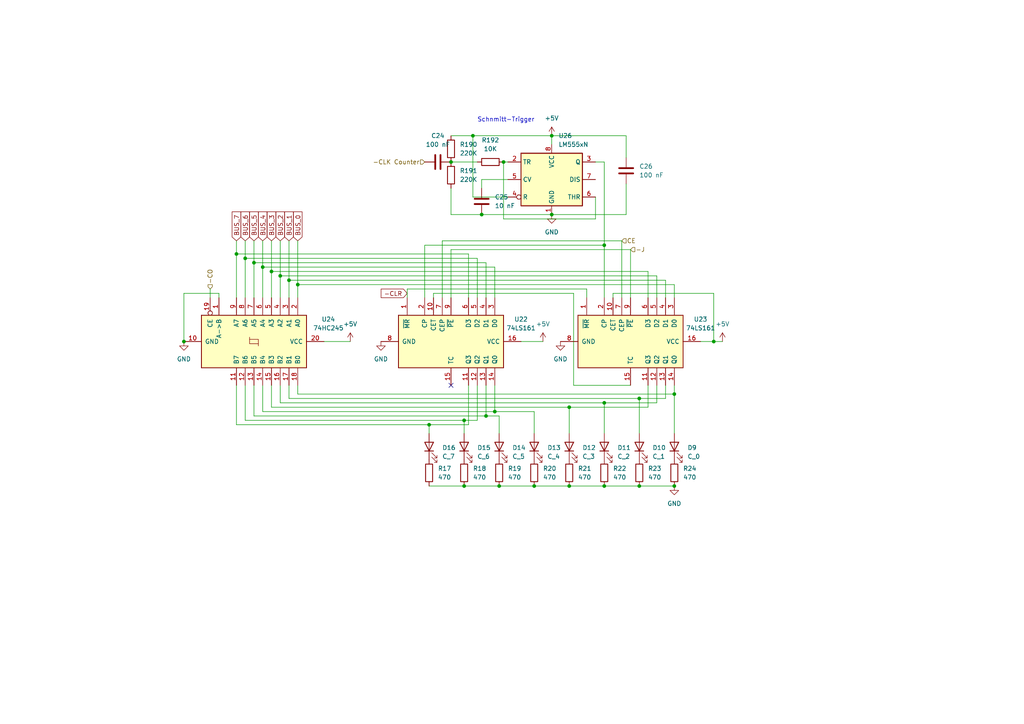
<source format=kicad_sch>
(kicad_sch (version 20230121) (generator eeschema)
  (paper "A4")
  (title_block (title "Program counter") (date "2023-07-14") (rev "1"))
  (lib_symbols
    (symbol "74xx:74HC245" (pin_names (offset 1.016))
      (property "Reference" "U" (at -7.62 16.51 0))
      (property "Value" "74HC245" (at -7.62 -16.51 0))
      (symbol "74HC245_1_0"
        (polyline (pts (xy -0.635 -1.27) (xy -0.635 1.27) (xy 0.635 1.27)))
        (polyline (pts (xy -1.27 -1.27) (xy 0.635 -1.27) (xy 0.635 1.27) (xy 1.27 1.27)))
        (pin input line (at -12.7 -10.16 0) (length 5.08) (name "A->B") (number "1"))
        (pin power_in line (at 0 -20.32 90) (length 5.08) (name "GND") (number "10"))
        (pin tri_state line (at 12.7 -5.08 180) (length 5.08) (name "B7") (number "11"))
        (pin tri_state line (at 12.7 -2.54 180) (length 5.08) (name "B6") (number "12"))
        (pin tri_state line (at 12.7 0 180) (length 5.08) (name "B5") (number "13"))
        (pin tri_state line (at 12.7 2.54 180) (length 5.08) (name "B4") (number "14"))
        (pin tri_state line (at 12.7 5.08 180) (length 5.08) (name "B3") (number "15"))
        (pin tri_state line (at 12.7 7.62 180) (length 5.08) (name "B2") (number "16"))
        (pin tri_state line (at 12.7 10.16 180) (length 5.08) (name "B1") (number "17"))
        (pin tri_state line (at 12.7 12.7 180) (length 5.08) (name "B0") (number "18"))
        (pin input inverted (at -12.7 -12.7 0) (length 5.08) (name "CE") (number "19"))
        (pin tri_state line (at -12.7 12.7 0) (length 5.08) (name "A0") (number "2"))
        (pin power_in line (at 0 20.32 270) (length 5.08) (name "VCC") (number "20"))
        (pin tri_state line (at -12.7 10.16 0) (length 5.08) (name "A1") (number "3"))
        (pin tri_state line (at -12.7 7.62 0) (length 5.08) (name "A2") (number "4"))
        (pin tri_state line (at -12.7 5.08 0) (length 5.08) (name "A3") (number "5"))
        (pin tri_state line (at -12.7 2.54 0) (length 5.08) (name "A4") (number "6"))
        (pin tri_state line (at -12.7 0 0) (length 5.08) (name "A5") (number "7"))
        (pin tri_state line (at -12.7 -2.54 0) (length 5.08) (name "A6") (number "8"))
        (pin tri_state line (at -12.7 -5.08 0) (length 5.08) (name "A7") (number "9"))
      )
      (symbol "74HC245_1_1"
        (rectangle (start -7.62 15.24) (end 7.62 -15.24) (stroke (width 0.254)) (fill (type background)))
      )
    )
    (symbol "74xx:74LS161" (pin_names (offset 1.016))
      (property "Reference" "U" (at -7.62 16.51 0))
      (property "Value" "74LS161" (at -7.62 -16.51 0))
      (symbol "74LS161_1_0"
        (pin input line (at -12.7 -12.7 0) (length 5.08) (name "~{MR}") (number "1"))
        (pin input line (at -12.7 -5.08 0) (length 5.08) (name "CET") (number "10"))
        (pin output line (at 12.7 5.08 180) (length 5.08) (name "Q3") (number "11"))
        (pin output line (at 12.7 7.62 180) (length 5.08) (name "Q2") (number "12"))
        (pin output line (at 12.7 10.16 180) (length 5.08) (name "Q1") (number "13"))
        (pin output line (at 12.7 12.7 180) (length 5.08) (name "Q0") (number "14"))
        (pin output line (at 12.7 0 180) (length 5.08) (name "TC") (number "15"))
        (pin power_in line (at 0 20.32 270) (length 5.08) (name "VCC") (number "16"))
        (pin input line (at -12.7 -7.62 0) (length 5.08) (name "CP") (number "2"))
        (pin input line (at -12.7 12.7 0) (length 5.08) (name "D0") (number "3"))
        (pin input line (at -12.7 10.16 0) (length 5.08) (name "D1") (number "4"))
        (pin input line (at -12.7 7.62 0) (length 5.08) (name "D2") (number "5"))
        (pin input line (at -12.7 5.08 0) (length 5.08) (name "D3") (number "6"))
        (pin input line (at -12.7 -2.54 0) (length 5.08) (name "CEP") (number "7"))
        (pin power_in line (at 0 -20.32 90) (length 5.08) (name "GND") (number "8"))
        (pin input line (at -12.7 0 0) (length 5.08) (name "~{PE}") (number "9"))
      )
      (symbol "74LS161_1_1"
        (rectangle (start -7.62 15.24) (end 7.62 -15.24) (stroke (width 0.254)) (fill (type background)))
      )
    )
    (symbol "Device:C" (pin_numbers hide) (pin_names (offset 0.254))
      (property "Reference" "C" (at 0.635 2.54 0))
      (property "Value" "C" (at 0.635 -2.54 0))
      (symbol "C_0_1"
        (polyline (pts (xy -2.032 -0.762) (xy 2.032 -0.762)) (stroke (width 0.508)))
        (polyline (pts (xy -2.032 0.762) (xy 2.032 0.762)) (stroke (width 0.508)))
      )
      (symbol "C_1_1"
        (pin passive line (at 0 3.81 270) (length 2.794) (name "~") (number "1"))
        (pin passive line (at 0 -3.81 90) (length 2.794) (name "~") (number "2"))
      )
    )
    (symbol "Device:LED" (pin_numbers hide) (pin_names (offset 1.016) hide)
      (property "Reference" "D" (at 0 2.54 0))
      (property "Value" "LED" (at 0 -2.54 0))
      (symbol "LED_0_1"
        (polyline (pts (xy -1.27 -1.27) (xy -1.27 1.27)) (stroke (width 0.254)))
        (polyline (pts (xy -1.27 0) (xy 1.27 0)))
        (polyline (pts (xy 1.27 -1.27) (xy 1.27 1.27) (xy -1.27 0) (xy 1.27 -1.27)) (stroke (width 0.254)))
        (polyline (pts (xy -3.048 -0.762) (xy -4.572 -2.286) (xy -3.81 -2.286) (xy -4.572 -2.286) (xy -4.572 -1.524)))
        (polyline (pts (xy -1.778 -0.762) (xy -3.302 -2.286) (xy -2.54 -2.286) (xy -3.302 -2.286) (xy -3.302 -1.524)))
      )
      (symbol "LED_1_1"
        (pin passive line (at -3.81 0 0) (length 2.54) (name "K") (number "1"))
        (pin passive line (at 3.81 0 180) (length 2.54) (name "A") (number "2"))
      )
    )
    (symbol "Device:R" (pin_numbers hide) (pin_names (offset 0))
      (property "Reference" "R" (at 2.032 0 90))
      (property "Value" "R" (at 0 0 90))
      (symbol "R_0_1"
        (rectangle (start -1.016 -2.54) (end 1.016 2.54) (stroke (width 0.254)))
      )
      (symbol "R_1_1"
        (pin passive line (at 0 3.81 270) (length 1.27) (name "~") (number "1"))
        (pin passive line (at 0 -3.81 90) (length 1.27) (name "~") (number "2"))
      )
    )
    (symbol "Timer:LM555xN"
      (property "Reference" "U" (at -10.16 8.89 0))
      (property "Value" "LM555xN" (at 2.54 8.89 0))
      (symbol "LM555xN_0_0"
        (pin power_in line (at 0 -10.16 90) (length 2.54) (name "GND") (number "1"))
        (pin power_in line (at 0 10.16 270) (length 2.54) (name "VCC") (number "8"))
      )
      (symbol "LM555xN_0_1"
        (rectangle (start -8.89 -7.62) (end 8.89 7.62) (stroke (width 0.254)) (fill (type background)))
        (rectangle (start -8.89 -7.62) (end 8.89 7.62) (stroke (width 0.254)) (fill (type background)))
      )
      (symbol "LM555xN_1_1"
        (pin input line (at -12.7 5.08 0) (length 3.81) (name "TR") (number "2"))
        (pin output line (at 12.7 5.08 180) (length 3.81) (name "Q") (number "3"))
        (pin input inverted (at -12.7 -5.08 0) (length 3.81) (name "R") (number "4"))
        (pin input line (at -12.7 0 0) (length 3.81) (name "CV") (number "5"))
        (pin input line (at 12.7 -5.08 180) (length 3.81) (name "THR") (number "6"))
        (pin input line (at 12.7 0 180) (length 3.81) (name "DIS") (number "7"))
      )
    )
    (symbol "power:+5V" (power) (pin_names (offset 0))
      (property "Value" "+5V" (at 0 3.556 0))
      (symbol "+5V_0_1"
        (polyline (pts (xy -0.762 1.27) (xy 0 2.54)))
        (polyline (pts (xy 0 0) (xy 0 2.54)))
        (polyline (pts (xy 0 2.54) (xy 0.762 1.27)))
      )
      (symbol "+5V_1_1"
        (pin power_in line (at 0 0 90) (length 0) hide (name "+5V") (number "1"))
      )
    )
    (symbol "power:GND" (power) (pin_names (offset 0))
      (property "Value" "GND" (at 0 -3.81 0))
      (symbol "GND_0_1"
        (polyline (pts (xy 0 0) (xy 0 -1.27) (xy 1.27 -1.27) (xy 0 -2.54) (xy -1.27 -1.27) (xy 0 -1.27)))
      )
      (symbol "GND_1_1"
        (pin power_in line (at 0 0 270) (length 0) hide (name "GND") (number "1"))
      )
    )
  )
  (junction (at 195.58 114.3))
  (junction (at 139.7 62.23))
  (junction (at 130.81 46.99))
  (junction (at 160.02 39.37))
  (junction (at 73.66 76.2))
  (junction (at 76.2 77.47))
  (junction (at 124.46 123.19))
  (junction (at 143.51 119.38))
  (junction (at 140.97 120.65))
  (junction (at 175.26 140.97))
  (junction (at 185.42 115.57))
  (junction (at 160.02 62.23))
  (junction (at 134.62 140.97))
  (junction (at 81.28 80.01))
  (junction (at 195.58 140.97))
  (junction (at 53.34 99.06))
  (junction (at 207.01 99.06))
  (junction (at 175.26 71.12))
  (junction (at 165.1 118.11))
  (junction (at 146.05 46.99))
  (junction (at 185.42 140.97))
  (junction (at 78.74 78.74))
  (junction (at 86.36 82.55))
  (junction (at 144.78 140.97))
  (junction (at 137.16 39.37))
  (junction (at 68.58 73.66))
  (junction (at 71.12 74.93))
  (junction (at 83.82 81.28))
  (junction (at 134.62 121.92))
  (junction (at 154.94 140.97))
  (junction (at 165.1 140.97))
  (junction (at 175.26 116.84))
  (no_connect (at 130.81 111.76))
  (wire (pts (xy 135.89 123.19) (xy 124.46 123.19)))
  (wire (pts (xy 76.2 69.85) (xy 76.2 77.47)))
  (wire (pts (xy 71.12 121.92) (xy 71.12 111.76)))
  (wire (pts (xy 165.1 118.11) (xy 78.74 118.11)))
  (wire (pts (xy 181.61 53.34) (xy 181.61 62.23)))
  (wire (pts (xy 81.28 80.01) (xy 81.28 86.36)))
  (wire (pts (xy 187.96 86.36) (xy 187.96 78.74)))
  (wire (pts (xy 172.72 46.99) (xy 175.26 46.99)))
  (wire (pts (xy 195.58 114.3) (xy 86.36 114.3)))
  (wire (pts (xy 166.37 85.09) (xy 125.73 85.09)))
  (wire (pts (xy 195.58 82.55) (xy 86.36 82.55)))
  (wire (pts (xy 124.46 140.97) (xy 134.62 140.97)))
  (wire (pts (xy 135.89 111.76) (xy 135.89 123.19)))
  (wire (pts (xy 71.12 74.93) (xy 71.12 86.36)))
  (wire (pts (xy 134.62 121.92) (xy 134.62 125.73)))
  (wire (pts (xy 78.74 118.11) (xy 78.74 111.76)))
  (wire (pts (xy 78.74 78.74) (xy 78.74 86.36)))
  (wire (pts (xy 138.43 121.92) (xy 134.62 121.92)))
  (wire (pts (xy 138.43 111.76) (xy 138.43 121.92)))
  (wire (pts (xy 140.97 111.76) (xy 140.97 120.65)))
  (wire (pts (xy 118.11 83.82) (xy 118.11 86.36)))
  (wire (pts (xy 177.8 85.09) (xy 207.01 85.09)))
  (wire (pts (xy 139.7 52.07) (xy 139.7 54.61)))
  (wire (pts (xy 73.66 120.65) (xy 73.66 111.76)))
  (wire (pts (xy 181.61 39.37) (xy 160.02 39.37)))
  (wire (pts (xy 73.66 76.2) (xy 73.66 86.36)))
  (wire (pts (xy 81.28 116.84) (xy 81.28 111.76)))
  (wire (pts (xy 78.74 69.85) (xy 78.74 78.74)))
  (wire (pts (xy 182.88 86.36) (xy 182.88 72.39)))
  (wire (pts (xy 195.58 86.36) (xy 195.58 82.55)))
  (wire (pts (xy 143.51 77.47) (xy 76.2 77.47)))
  (wire (pts (xy 154.94 119.38) (xy 143.51 119.38)))
  (wire (pts (xy 195.58 111.76) (xy 195.58 114.3)))
  (wire (pts (xy 134.62 140.97) (xy 144.78 140.97)))
  (wire (pts (xy 68.58 69.85) (xy 68.58 73.66)))
  (wire (pts (xy 137.16 57.15) (xy 137.16 39.37)))
  (wire (pts (xy 143.51 86.36) (xy 143.51 77.47)))
  (wire (pts (xy 53.34 85.09) (xy 53.34 99.06)))
  (wire (pts (xy 86.36 82.55) (xy 86.36 86.36)))
  (wire (pts (xy 86.36 69.85) (xy 86.36 82.55)))
  (wire (pts (xy 147.32 52.07) (xy 139.7 52.07)))
  (wire (pts (xy 185.42 115.57) (xy 83.82 115.57)))
  (wire (pts (xy 68.58 73.66) (xy 135.89 73.66)))
  (wire (pts (xy 138.43 86.36) (xy 138.43 74.93)))
  (wire (pts (xy 172.72 63.5) (xy 172.72 57.15)))
  (wire (pts (xy 130.81 62.23) (xy 139.7 62.23)))
  (wire (pts (xy 143.51 119.38) (xy 76.2 119.38)))
  (wire (pts (xy 60.96 83.82) (xy 60.96 86.36)))
  (wire (pts (xy 203.2 99.06) (xy 207.01 99.06)))
  (wire (pts (xy 140.97 86.36) (xy 140.97 76.2)))
  (wire (pts (xy 137.16 39.37) (xy 160.02 39.37)))
  (wire (pts (xy 63.5 86.36) (xy 63.5 85.09)))
  (wire (pts (xy 143.51 111.76) (xy 143.51 119.38)))
  (wire (pts (xy 68.58 123.19) (xy 68.58 111.76)))
  (wire (pts (xy 78.74 78.74) (xy 187.96 78.74)))
  (wire (pts (xy 71.12 69.85) (xy 71.12 74.93)))
  (wire (pts (xy 175.26 46.99) (xy 175.26 71.12)))
  (wire (pts (xy 185.42 115.57) (xy 185.42 125.73)))
  (wire (pts (xy 185.42 140.97) (xy 195.58 140.97)))
  (wire (pts (xy 190.5 86.36) (xy 190.5 80.01)))
  (wire (pts (xy 195.58 114.3) (xy 195.58 125.73)))
  (wire (pts (xy 177.8 86.36) (xy 177.8 85.09)))
  (wire (pts (xy 190.5 111.76) (xy 190.5 116.84)))
  (wire (pts (xy 83.82 81.28) (xy 193.04 81.28)))
  (wire (pts (xy 68.58 73.66) (xy 68.58 86.36)))
  (wire (pts (xy 134.62 121.92) (xy 71.12 121.92)))
  (wire (pts (xy 151.13 99.06) (xy 157.48 99.06)))
  (wire (pts (xy 170.18 83.82) (xy 118.11 83.82)))
  (wire (pts (xy 175.26 116.84) (xy 81.28 116.84)))
  (wire (pts (xy 181.61 45.72) (xy 181.61 39.37)))
  (wire (pts (xy 124.46 123.19) (xy 124.46 125.73)))
  (wire (pts (xy 140.97 120.65) (xy 73.66 120.65)))
  (wire (pts (xy 165.1 118.11) (xy 165.1 125.73)))
  (wire (pts (xy 187.96 111.76) (xy 187.96 118.11)))
  (wire (pts (xy 165.1 140.97) (xy 175.26 140.97)))
  (wire (pts (xy 193.04 86.36) (xy 193.04 81.28)))
  (wire (pts (xy 125.73 85.09) (xy 125.73 86.36)))
  (wire (pts (xy 83.82 81.28) (xy 83.82 86.36)))
  (wire (pts (xy 71.12 74.93) (xy 138.43 74.93)))
  (wire (pts (xy 182.88 72.39) (xy 130.81 72.39)))
  (wire (pts (xy 190.5 116.84) (xy 175.26 116.84)))
  (wire (pts (xy 130.81 72.39) (xy 130.81 86.36)))
  (wire (pts (xy 181.61 62.23) (xy 160.02 62.23)))
  (wire (pts (xy 86.36 114.3) (xy 86.36 111.76)))
  (wire (pts (xy 193.04 111.76) (xy 193.04 115.57)))
  (wire (pts (xy 93.98 99.06) (xy 101.6 99.06)))
  (wire (pts (xy 147.32 46.99) (xy 146.05 46.99)))
  (wire (pts (xy 160.02 39.37) (xy 160.02 41.91)))
  (wire (pts (xy 187.96 118.11) (xy 165.1 118.11)))
  (wire (pts (xy 180.34 69.85) (xy 180.34 86.36)))
  (wire (pts (xy 144.78 140.97) (xy 154.94 140.97)))
  (wire (pts (xy 83.82 115.57) (xy 83.82 111.76)))
  (wire (pts (xy 144.78 120.65) (xy 140.97 120.65)))
  (wire (pts (xy 139.7 62.23) (xy 160.02 62.23)))
  (wire (pts (xy 76.2 77.47) (xy 76.2 86.36)))
  (wire (pts (xy 130.81 54.61) (xy 130.81 62.23)))
  (wire (pts (xy 130.81 39.37) (xy 137.16 39.37)))
  (wire (pts (xy 154.94 125.73) (xy 154.94 119.38)))
  (wire (pts (xy 123.19 71.12) (xy 123.19 86.36)))
  (wire (pts (xy 81.28 69.85) (xy 81.28 80.01)))
  (wire (pts (xy 83.82 69.85) (xy 83.82 81.28)))
  (wire (pts (xy 124.46 123.19) (xy 68.58 123.19)))
  (wire (pts (xy 73.66 76.2) (xy 140.97 76.2)))
  (wire (pts (xy 175.26 86.36) (xy 175.26 71.12)))
  (wire (pts (xy 81.28 80.01) (xy 190.5 80.01)))
  (wire (pts (xy 175.26 71.12) (xy 123.19 71.12)))
  (wire (pts (xy 207.01 99.06) (xy 209.55 99.06)))
  (wire (pts (xy 175.26 140.97) (xy 185.42 140.97)))
  (wire (pts (xy 144.78 125.73) (xy 144.78 120.65)))
  (wire (pts (xy 138.43 46.99) (xy 130.81 46.99)))
  (wire (pts (xy 207.01 85.09) (xy 207.01 99.06)))
  (wire (pts (xy 146.05 46.99) (xy 146.05 63.5)))
  (wire (pts (xy 128.27 86.36) (xy 128.27 69.85)))
  (wire (pts (xy 182.88 111.76) (xy 166.37 111.76)))
  (wire (pts (xy 154.94 140.97) (xy 165.1 140.97)))
  (wire (pts (xy 128.27 69.85) (xy 180.34 69.85)))
  (wire (pts (xy 166.37 111.76) (xy 166.37 85.09)))
  (wire (pts (xy 175.26 116.84) (xy 175.26 125.73)))
  (wire (pts (xy 147.32 57.15) (xy 137.16 57.15)))
  (wire (pts (xy 76.2 119.38) (xy 76.2 111.76)))
  (wire (pts (xy 170.18 86.36) (xy 170.18 83.82)))
  (wire (pts (xy 146.05 63.5) (xy 172.72 63.5)))
  (wire (pts (xy 193.04 115.57) (xy 185.42 115.57)))
  (wire (pts (xy 63.5 85.09) (xy 53.34 85.09)))
  (wire (pts (xy 73.66 69.85) (xy 73.66 76.2)))
  (wire (pts (xy 135.89 86.36) (xy 135.89 73.66)))
  (text "Schnmitt-Trigger" (at 138.43 35.56 0) (effects (font (size 1.27 1.27)) (justify left bottom)))
  (global_label "BUS_6" (shape input) (at 71.12 69.85 90) (property "Intersheetrefs" "${INTERSHEET_REFS}" (effects hide)))
  (global_label "BUS_1" (shape input) (at 83.82 69.85 90) (property "Intersheetrefs" "${INTERSHEET_REFS}" (effects hide)))
  (global_label "BUS_0" (shape input) (at 86.36 69.85 90) (property "Intersheetrefs" "${INTERSHEET_REFS}" (effects hide)))
  (global_label "BUS_5" (shape input) (at 73.66 69.85 90) (property "Intersheetrefs" "${INTERSHEET_REFS}" (effects hide)))
  (global_label "BUS_3" (shape input) (at 78.74 69.85 90) (property "Intersheetrefs" "${INTERSHEET_REFS}" (effects hide)))
  (global_label "-CLR" (shape input) (at 118.11 85.09 180) (property "Intersheetrefs" "${INTERSHEET_REFS}" (effects hide)))
  (global_label "BUS_7" (shape input) (at 68.58 69.85 90) (property "Intersheetrefs" "${INTERSHEET_REFS}" (effects hide)))
  (global_label "BUS_4" (shape input) (at 76.2 69.85 90) (property "Intersheetrefs" "${INTERSHEET_REFS}" (effects hide)))
  (global_label "BUS_2" (shape input) (at 81.28 69.85 90) (property "Intersheetrefs" "${INTERSHEET_REFS}" (effects hide)))
  (hierarchical_label "-CLK Counter" (shape input) (at 123.19 46.99 180))
  (hierarchical_label "-CO" (shape input) (at 60.96 83.82 90))
  (hierarchical_label "CE" (shape input) (at 180.34 69.85 0))
  (hierarchical_label "-J" (shape input) (at 182.88 72.39 0))
  (symbol (lib_id "power:GND") (at 160.02 62.23 0) (unit 1)
    (property "Reference" "#PWR0128" (effects hide))
    (property "Value" "GND" (at 160.02 67.31 0))
    (instances (project "SAP-Extended" (path "" (reference "#PWR0128") (unit 1)) (path "" (reference "#PWR0133") (unit 1))))
  )
  (symbol (lib_id "Device:LED") (at 124.46 129.54 90) (unit 1)
    (property "Reference" "D16" (at 128.27 129.8575 90) (effects (justify right)))
    (property "Value" "C_7" (at 128.27 132.3975 90) (effects (justify right)))
    (property "Footprint" "LED_THT:LED_D3.0mm" (effects hide))
    (instances (project "SAP-Extended" (path "" (reference "D16") (unit 1)) (path "" (reference "D17") (unit 1)) (path "" (reference "D41") (unit 1))))
  )
  (symbol (lib_id "power:+5V") (at 160.02 39.37 0) (unit 1)
    (property "Reference" "#PWR0129" (effects hide))
    (property "Value" "+5V" (at 160.02 34.29 0))
    (instances (project "SAP-Extended" (path "" (reference "#PWR0129") (unit 1)) (path "" (reference "#PWR0132") (unit 1))))
  )
  (symbol (lib_id "power:+5V") (at 209.55 99.06 0) (unit 1)
    (property "Reference" "#PWR041" (effects hide))
    (property "Value" "+5V" (at 209.55 93.98 0))
  )
  (symbol (lib_id "Device:R") (at 144.78 137.16 0) (unit 1)
    (property "Reference" "R19" (at 147.32 135.89 0) (effects (justify left)))
    (property "Value" "470" (at 147.32 138.43 0) (effects (justify left)))
    (property "Footprint" "Resistor_SMD:R_1206_3216Metric_Pad1.30x1.75mm_HandSolder" (effects hide))
    (instances (project "SAP-Extended" (path "" (reference "R19") (unit 1)) (path "" (reference "R27") (unit 1)) (path "" (reference "R54") (unit 1))))
  )
  (symbol (lib_id "Device:R") (at 195.58 137.16 0) (unit 1)
    (property "Reference" "R24" (at 198.12 135.89 0) (effects (justify left)))
    (property "Value" "470" (at 198.12 138.43 0) (effects (justify left)))
    (property "Footprint" "Resistor_SMD:R_1206_3216Metric_Pad1.30x1.75mm_HandSolder" (effects hide))
    (instances (project "SAP-Extended" (path "" (reference "R24") (unit 1)) (path "" (reference "R32") (unit 1)) (path "" (reference "R59") (unit 1))))
  )
  (symbol (lib_id "74xx:74LS161") (at 130.81 99.06 270) (unit 1)
    (property "Reference" "U22" (at 151.13 92.6083 90))
    (property "Value" "74LS161" (at 151.13 95.1483 90))
    (property "Footprint" "Package_DIP:DIP-16_W7.62mm_Socket" (effects hide))
    (property "Datasheet" "http://www.ti.com/lit/gpn/sn74LS161" (effects hide))
  )
  (symbol (lib_id "Device:R") (at 130.81 50.8 0) (unit 1)
    (property "Reference" "R191" (at 133.35 49.53 0) (effects (justify left)))
    (property "Value" "220K" (at 133.35 52.07 0) (effects (justify left)))
    (property "Footprint" "Resistor_SMD:R_1206_3216Metric_Pad1.30x1.75mm_HandSolder" (effects hide))
    (instances (project "SAP-Extended" (path "" (reference "R191") (unit 1)) (path "" (reference "R198") (unit 1))))
  )
  (symbol (lib_id "Device:LED") (at 175.26 129.54 90) (unit 1)
    (property "Reference" "D11" (at 179.07 129.8575 90) (effects (justify right)))
    (property "Value" "C_2" (at 179.07 132.3975 90) (effects (justify right)))
    (property "Footprint" "LED_THT:LED_D3.0mm" (effects hide))
    (instances (project "SAP-Extended" (path "" (reference "D11") (unit 1)) (path "" (reference "D22") (unit 1)) (path "" (reference "D46") (unit 1))))
  )
  (symbol (lib_id "Timer:LM555xN") (at 160.02 52.07 0) (unit 1)
    (property "Reference" "U26" (at 161.9759 39.37 0) (effects (justify left)))
    (property "Value" "LM555xN" (at 161.9759 41.91 0) (effects (justify left)))
    (property "Footprint" "Package_DIP:DIP-8_W7.62mm_Socket" (effects hide))
    (property "Datasheet" "http://www.ti.com/lit/ds/symlink/lm555.pdf" (effects hide))
    (instances (project "SAP-Extended" (path "" (reference "U26") (unit 1)) (path "" (reference "U67") (unit 1))))
  )
  (symbol (lib_id "74xx:74HC245") (at 73.66 99.06 270) (unit 1)
    (property "Reference" "U24" (at 95.25 92.6083 90))
    (property "Value" "74HC245" (at 95.25 95.1483 90))
    (property "Footprint" "Package_DIP:DIP-20_W7.62mm_Socket" (effects hide))
    (property "Datasheet" "http://www.ti.com/lit/gpn/sn74HC245" (effects hide))
  )
  (symbol (lib_id "Device:LED") (at 134.62 129.54 90) (unit 1)
    (property "Reference" "D15" (at 138.43 129.8575 90) (effects (justify right)))
    (property "Value" "C_6" (at 138.43 132.3975 90) (effects (justify right)))
    (property "Footprint" "LED_THT:LED_D3.0mm" (effects hide))
    (instances (project "SAP-Extended" (path "" (reference "D15") (unit 1)) (path "" (reference "D18") (unit 1)) (path "" (reference "D42") (unit 1))))
  )
  (symbol (lib_id "Device:LED") (at 154.94 129.54 90) (unit 1)
    (property "Reference" "D13" (at 158.75 129.8575 90) (effects (justify right)))
    (property "Value" "C_4" (at 158.75 132.3975 90) (effects (justify right)))
    (property "Footprint" "LED_THT:LED_D3.0mm" (effects hide))
    (instances (project "SAP-Extended" (path "" (reference "D13") (unit 1)) (path "" (reference "D20") (unit 1)) (path "" (reference "D44") (unit 1))))
  )
  (symbol (lib_id "Device:R") (at 124.46 137.16 0) (unit 1)
    (property "Reference" "R17" (at 127 135.89 0) (effects (justify left)))
    (property "Value" "470" (at 127 138.43 0) (effects (justify left)))
    (property "Footprint" "Resistor_SMD:R_1206_3216Metric_Pad1.30x1.75mm_HandSolder" (effects hide))
    (instances (project "SAP-Extended" (path "" (reference "R17") (unit 1)) (path "" (reference "R25") (unit 1)) (path "" (reference "R52") (unit 1))))
  )
  (symbol (lib_id "Device:LED") (at 185.42 129.54 90) (unit 1)
    (property "Reference" "D10" (at 189.23 129.8575 90) (effects (justify right)))
    (property "Value" "C_1" (at 189.23 132.3975 90) (effects (justify right)))
    (property "Footprint" "LED_THT:LED_D3.0mm" (effects hide))
    (instances (project "SAP-Extended" (path "" (reference "D10") (unit 1)) (path "" (reference "D23") (unit 1)) (path "" (reference "D47") (unit 1))))
  )
  (symbol (lib_id "power:GND") (at 162.56 99.06 0) (unit 1)
    (property "Reference" "#PWR040" (effects hide))
    (property "Value" "GND" (at 162.56 104.14 0))
  )
  (symbol (lib_id "Device:R") (at 175.26 137.16 0) (unit 1)
    (property "Reference" "R22" (at 177.8 135.89 0) (effects (justify left)))
    (property "Value" "470" (at 177.8 138.43 0) (effects (justify left)))
    (property "Footprint" "Resistor_SMD:R_1206_3216Metric_Pad1.30x1.75mm_HandSolder" (effects hide))
    (instances (project "SAP-Extended" (path "" (reference "R22") (unit 1)) (path "" (reference "R30") (unit 1)) (path "" (reference "R57") (unit 1))))
  )
  (symbol (lib_id "Device:R") (at 165.1 137.16 0) (unit 1)
    (property "Reference" "R21" (at 167.64 135.89 0) (effects (justify left)))
    (property "Value" "470" (at 167.64 138.43 0) (effects (justify left)))
    (property "Footprint" "Resistor_SMD:R_1206_3216Metric_Pad1.30x1.75mm_HandSolder" (effects hide))
    (instances (project "SAP-Extended" (path "" (reference "R21") (unit 1)) (path "" (reference "R29") (unit 1)) (path "" (reference "R56") (unit 1))))
  )
  (symbol (lib_id "Device:C") (at 181.61 49.53 0) (unit 1)
    (property "Reference" "C26" (at 185.42 48.26 0) (effects (justify left)))
    (property "Value" "100 nF" (at 185.42 50.8 0) (effects (justify left)))
    (property "Footprint" "Resistor_SMD:R_1206_3216Metric_Pad1.30x1.75mm_HandSolder" (effects hide))
    (instances (project "SAP-Extended" (path "" (reference "C26") (unit 1)) (path "" (reference "C31") (unit 1))))
  )
  (symbol (lib_id "Device:LED") (at 195.58 129.54 90) (unit 1)
    (property "Reference" "D9" (at 199.39 129.8575 90) (effects (justify right)))
    (property "Value" "C_0" (at 199.39 132.3975 90) (effects (justify right)))
    (property "Footprint" "LED_THT:LED_D3.0mm" (effects hide))
    (instances (project "SAP-Extended" (path "" (reference "D9") (unit 1)) (path "" (reference "D24") (unit 1)) (path "" (reference "D48") (unit 1))))
  )
  (symbol (lib_id "Device:R") (at 130.81 43.18 0) (unit 1)
    (property "Reference" "R190" (at 133.35 41.91 0) (effects (justify left)))
    (property "Value" "220K" (at 133.35 44.45 0) (effects (justify left)))
    (property "Footprint" "Resistor_SMD:R_1206_3216Metric_Pad1.30x1.75mm_HandSolder" (effects hide))
    (instances (project "SAP-Extended" (path "" (reference "R190") (unit 1)) (path "" (reference "R196") (unit 1))))
  )
  (symbol (lib_id "power:GND") (at 195.58 140.97 0) (unit 1)
    (property "Reference" "#PWR022" (effects hide))
    (property "Value" "GND" (at 195.58 146.05 0))
    (instances (project "SAP-Extended" (path "" (reference "#PWR022") (unit 1)) (path "" (reference "#PWR023") (unit 1)) (path "" (reference "#PWR037") (unit 1))))
  )
  (symbol (lib_id "Device:R") (at 185.42 137.16 0) (unit 1)
    (property "Reference" "R23" (at 187.96 135.89 0) (effects (justify left)))
    (property "Value" "470" (at 187.96 138.43 0) (effects (justify left)))
    (property "Footprint" "Resistor_SMD:R_1206_3216Metric_Pad1.30x1.75mm_HandSolder" (effects hide))
    (instances (project "SAP-Extended" (path "" (reference "R23") (unit 1)) (path "" (reference "R31") (unit 1)) (path "" (reference "R58") (unit 1))))
  )
  (symbol (lib_id "74xx:74LS161") (at 182.88 99.06 270) (unit 1)
    (property "Reference" "U23" (at 203.2 92.6083 90))
    (property "Value" "74LS161" (at 203.2 95.1483 90))
    (property "Footprint" "Package_DIP:DIP-16_W7.62mm_Socket" (effects hide))
    (property "Datasheet" "http://www.ti.com/lit/gpn/sn74LS161" (effects hide))
  )
  (symbol (lib_id "Device:R") (at 154.94 137.16 0) (unit 1)
    (property "Reference" "R20" (at 157.48 135.89 0) (effects (justify left)))
    (property "Value" "470" (at 157.48 138.43 0) (effects (justify left)))
    (property "Footprint" "Resistor_SMD:R_1206_3216Metric_Pad1.30x1.75mm_HandSolder" (effects hide))
    (instances (project "SAP-Extended" (path "" (reference "R20") (unit 1)) (path "" (reference "R28") (unit 1)) (path "" (reference "R55") (unit 1))))
  )
  (symbol (lib_id "Device:C") (at 127 46.99 90) (unit 1)
    (property "Reference" "C24" (at 127 39.37 90))
    (property "Value" "100 nF" (at 127 41.91 90))
    (property "Footprint" "Resistor_SMD:R_1206_3216Metric_Pad1.30x1.75mm_HandSolder" (effects hide))
    (instances (project "SAP-Extended" (path "" (reference "C24") (unit 1)) (path "" (reference "C30") (unit 1))))
  )
  (symbol (lib_id "power:GND") (at 53.34 99.06 0) (unit 1)
    (property "Reference" "#PWR039" (effects hide))
    (property "Value" "GND" (at 53.34 104.14 0))
  )
  (symbol (lib_id "Device:C") (at 139.7 58.42 0) (unit 1)
    (property "Reference" "C25" (at 143.51 57.15 0) (effects (justify left)))
    (property "Value" "10 nF" (at 143.51 59.69 0) (effects (justify left)))
    (property "Footprint" "Resistor_SMD:R_1206_3216Metric_Pad1.30x1.75mm_HandSolder" (effects hide))
    (instances (project "SAP-Extended" (path "" (reference "C25") (unit 1)) (path "" (reference "C32") (unit 1))))
  )
  (symbol (lib_id "power:+5V") (at 101.6 99.06 0) (unit 1)
    (property "Reference" "#PWR043" (effects hide))
    (property "Value" "+5V" (at 101.6 93.98 0))
  )
  (symbol (lib_id "Device:LED") (at 144.78 129.54 90) (unit 1)
    (property "Reference" "D14" (at 148.59 129.8575 90) (effects (justify right)))
    (property "Value" "C_5" (at 148.59 132.3975 90) (effects (justify right)))
    (property "Footprint" "LED_THT:LED_D3.0mm" (effects hide))
    (instances (project "SAP-Extended" (path "" (reference "D14") (unit 1)) (path "" (reference "D19") (unit 1)) (path "" (reference "D43") (unit 1))))
  )
  (symbol (lib_id "Device:R") (at 134.62 137.16 0) (unit 1)
    (property "Reference" "R18" (at 137.16 135.89 0) (effects (justify left)))
    (property "Value" "470" (at 137.16 138.43 0) (effects (justify left)))
    (property "Footprint" "Resistor_SMD:R_1206_3216Metric_Pad1.30x1.75mm_HandSolder" (effects hide))
    (instances (project "SAP-Extended" (path "" (reference "R18") (unit 1)) (path "" (reference "R26") (unit 1)) (path "" (reference "R53") (unit 1))))
  )
  (symbol (lib_id "Device:R") (at 142.24 46.99 90) (unit 1)
    (property "Reference" "R192" (at 142.24 40.64 90))
    (property "Value" "10K" (at 142.24 43.18 90))
    (property "Footprint" "Resistor_SMD:R_1206_3216Metric_Pad1.30x1.75mm_HandSolder" (effects hide))
    (instances (project "SAP-Extended" (path "" (reference "R192") (unit 1)) (path "" (reference "R197") (unit 1))))
  )
  (symbol (lib_id "power:+5V") (at 157.48 99.06 0) (unit 1)
    (property "Reference" "#PWR042" (effects hide))
    (property "Value" "+5V" (at 157.48 93.98 0))
  )
  (symbol (lib_id "power:GND") (at 110.49 99.06 0) (unit 1)
    (property "Reference" "#PWR038" (effects hide))
    (property "Value" "GND" (at 110.49 104.14 0))
  )
  (symbol (lib_id "Device:LED") (at 165.1 129.54 90) (unit 1)
    (property "Reference" "D12" (at 168.91 129.8575 90) (effects (justify right)))
    (property "Value" "C_3" (at 168.91 132.3975 90) (effects (justify right)))
    (property "Footprint" "LED_THT:LED_D3.0mm" (effects hide))
    (instances (project "SAP-Extended" (path "" (reference "D12") (unit 1)) (path "" (reference "D21") (unit 1)) (path "" (reference "D45") (unit 1))))
  )
)
</source>
